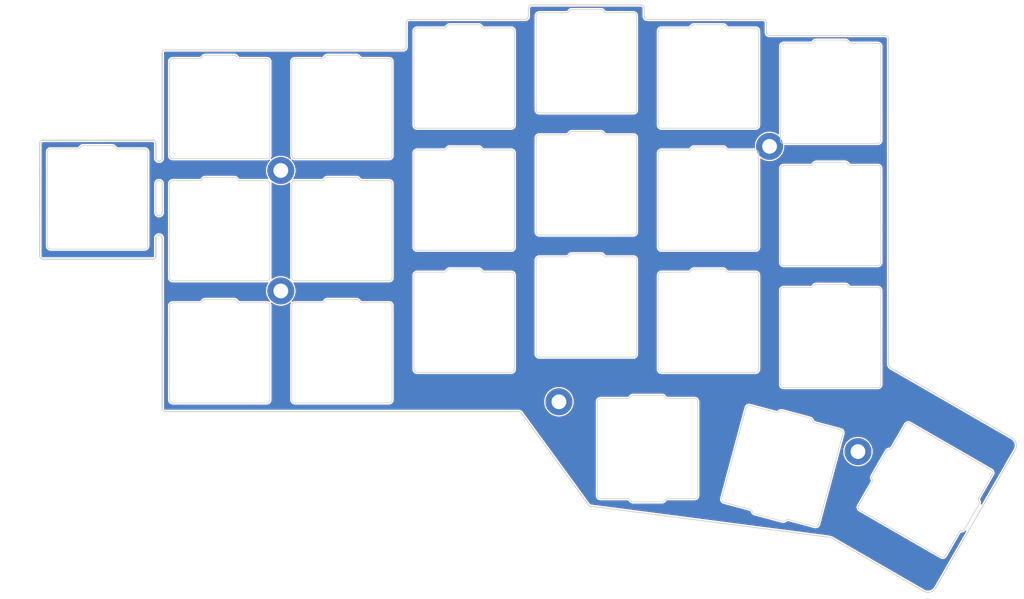
<source format=kicad_pcb>
(kicad_pcb (version 20171130) (host pcbnew "(5.1.10)-1")
  (title_block (title "Corne Top Plate") (date 2018-12-09) (rev 2.1) (company foostan))
  (layers (0 F.Cu signal) (31 B.Cu signal) (34 B.Paste user hide) (35 F.Paste user hide) (36 B.SilkS user) (37 F.SilkS user) (38 B.Mask user hide) (39 F.Mask user) (44 Edge.Cuts user))
  (net 0 "")
  (module sporne:SW_Hole_HiTek_thumb (layer F.Cu) (at 182.29 142.835 60)
    (fp_text reference SW2 hide)
    (fp_text value KEY_SWITCH hide)
    (fp_arc (start 2.2486 7.808531) (end 2.2486 8.308531) (angle -60) (layer Edge.Cuts) (width 0.12))
    (fp_arc (start -3.117425 8.308531) (end -2.684413 8.058531) (angle -60) (layer Edge.Cuts) (width 0.12))
    (fp_arc (start -2.2514 7.808531) (end -2.684413 8.058531) (angle -60) (layer Edge.Cuts) (width 0.12))
    (fp_arc (start 3.114625 8.308531) (end 3.114625 7.808531) (angle -60) (layer Edge.Cuts) (width 0.12))
    (fp_arc (start -7.3114 -7.311469) (end -7.3114 -7.811469) (angle -90) (layer Edge.Cuts) (width 0.12))
    (fp_arc (start -3.117425 -8.311469) (end -3.117425 -7.811469) (angle -60) (layer Edge.Cuts) (width 0.12))
    (fp_arc (start 7.3086 7.308531) (end 7.3086 7.808531) (angle -90) (layer Edge.Cuts) (width 0.12))
    (fp_arc (start 7.3086 -7.311469) (end 7.8086 -7.311469) (angle -90) (layer Edge.Cuts) (width 0.12))
    (fp_arc (start -2.2514 -7.811469) (end -2.2514 -8.311469) (angle -60) (layer Edge.Cuts) (width 0.12))
    (fp_arc (start -7.3114 7.308531) (end -7.8114 7.308531) (angle -90) (layer Edge.Cuts) (width 0.12))
    (fp_arc (start 2.2486 -7.811469) (end 2.681613 -8.061469) (angle -60) (layer Edge.Cuts) (width 0.12))
    (fp_arc (start 3.114625 -8.311469) (end 2.681613 -8.061469) (angle -60) (layer Edge.Cuts) (width 0.12))
    (fp_line (start 3.114625 -7.811469) (end 7.3086 -7.811469) (layer Edge.Cuts) (width 0.12))
    (fp_line (start -2.2514 -8.311469) (end 2.2486 -8.311469) (layer Edge.Cuts) (width 0.12))
    (fp_line (start 7.8086 -7.311469) (end 7.8086 7.308531) (layer Edge.Cuts) (width 0.12))
    (fp_line (start -7.3114 -7.811469) (end -3.117425 -7.811469) (layer Edge.Cuts) (width 0.12))
    (fp_line (start -7.8114 7.308531) (end -7.8114 -7.311469) (layer Edge.Cuts) (width 0.12))
    (fp_line (start 7.3086 7.808531) (end 3.114625 7.808531) (layer Edge.Cuts) (width 0.12))
    (fp_line (start 2.2486 8.308531) (end -2.2514 8.308531) (layer Edge.Cuts) (width 0.12))
    (fp_line (start -3.117425 7.808531) (end -7.3114 7.808531) (layer Edge.Cuts) (width 0.12))
  )
  (module sporne:SW_Hole_HiTek_thumb (layer F.Cu) (at 160.032 139.094 345)
    (fp_text reference SW2 hide)
    (fp_text value KEY_SWITCH hide)
    (fp_arc (start 2.2486 7.808531) (end 2.2486 8.308531) (angle -60) (layer Edge.Cuts) (width 0.12))
    (fp_arc (start -3.117425 8.308531) (end -2.684413 8.058531) (angle -60) (layer Edge.Cuts) (width 0.12))
    (fp_arc (start -2.2514 7.808531) (end -2.684413 8.058531) (angle -60) (layer Edge.Cuts) (width 0.12))
    (fp_arc (start 3.114625 8.308531) (end 3.114625 7.808531) (angle -60) (layer Edge.Cuts) (width 0.12))
    (fp_arc (start -7.3114 -7.311469) (end -7.3114 -7.811469) (angle -90) (layer Edge.Cuts) (width 0.12))
    (fp_arc (start -3.117425 -8.311469) (end -3.117425 -7.811469) (angle -60) (layer Edge.Cuts) (width 0.12))
    (fp_arc (start 7.3086 7.308531) (end 7.3086 7.808531) (angle -90) (layer Edge.Cuts) (width 0.12))
    (fp_arc (start 7.3086 -7.311469) (end 7.8086 -7.311469) (angle -90) (layer Edge.Cuts) (width 0.12))
    (fp_arc (start -2.2514 -7.811469) (end -2.2514 -8.311469) (angle -60) (layer Edge.Cuts) (width 0.12))
    (fp_arc (start -7.3114 7.308531) (end -7.8114 7.308531) (angle -90) (layer Edge.Cuts) (width 0.12))
    (fp_arc (start 2.2486 -7.811469) (end 2.681613 -8.061469) (angle -60) (layer Edge.Cuts) (width 0.12))
    (fp_arc (start 3.114625 -8.311469) (end 2.681613 -8.061469) (angle -60) (layer Edge.Cuts) (width 0.12))
    (fp_line (start 3.114625 -7.811469) (end 7.3086 -7.811469) (layer Edge.Cuts) (width 0.12))
    (fp_line (start -2.2514 -8.311469) (end 2.2486 -8.311469) (layer Edge.Cuts) (width 0.12))
    (fp_line (start 7.8086 -7.311469) (end 7.8086 7.308531) (layer Edge.Cuts) (width 0.12))
    (fp_line (start -7.3114 -7.811469) (end -3.117425 -7.811469) (layer Edge.Cuts) (width 0.12))
    (fp_line (start -7.8114 7.308531) (end -7.8114 -7.311469) (layer Edge.Cuts) (width 0.12))
    (fp_line (start 7.3086 7.808531) (end 3.114625 7.808531) (layer Edge.Cuts) (width 0.12))
    (fp_line (start 2.2486 8.308531) (end -2.2514 8.308531) (layer Edge.Cuts) (width 0.12))
    (fp_line (start -3.117425 7.808531) (end -7.3114 7.808531) (layer Edge.Cuts) (width 0.12))
  )
  (module sporne:SW_Hole_HiTek_thumb (layer F.Cu) (at 139.07 136.385)
    (fp_text reference SW2 hide)
    (fp_text value KEY_SWITCH hide)
    (fp_arc (start 2.2486 7.808531) (end 2.2486 8.308531) (angle -60) (layer Edge.Cuts) (width 0.12))
    (fp_arc (start -3.117425 8.308531) (end -2.684413 8.058531) (angle -60) (layer Edge.Cuts) (width 0.12))
    (fp_arc (start -2.2514 7.808531) (end -2.684413 8.058531) (angle -60) (layer Edge.Cuts) (width 0.12))
    (fp_arc (start 3.114625 8.308531) (end 3.114625 7.808531) (angle -60) (layer Edge.Cuts) (width 0.12))
    (fp_arc (start -7.3114 -7.311469) (end -7.3114 -7.811469) (angle -90) (layer Edge.Cuts) (width 0.12))
    (fp_arc (start -3.117425 -8.311469) (end -3.117425 -7.811469) (angle -60) (layer Edge.Cuts) (width 0.12))
    (fp_arc (start 7.3086 7.308531) (end 7.3086 7.808531) (angle -90) (layer Edge.Cuts) (width 0.12))
    (fp_arc (start 7.3086 -7.311469) (end 7.8086 -7.311469) (angle -90) (layer Edge.Cuts) (width 0.12))
    (fp_arc (start -2.2514 -7.811469) (end -2.2514 -8.311469) (angle -60) (layer Edge.Cuts) (width 0.12))
    (fp_arc (start -7.3114 7.308531) (end -7.8114 7.308531) (angle -90) (layer Edge.Cuts) (width 0.12))
    (fp_arc (start 2.2486 -7.811469) (end 2.681613 -8.061469) (angle -60) (layer Edge.Cuts) (width 0.12))
    (fp_arc (start 3.114625 -8.311469) (end 2.681613 -8.061469) (angle -60) (layer Edge.Cuts) (width 0.12))
    (fp_line (start 3.114625 -7.811469) (end 7.3086 -7.811469) (layer Edge.Cuts) (width 0.12))
    (fp_line (start -2.2514 -8.311469) (end 2.2486 -8.311469) (layer Edge.Cuts) (width 0.12))
    (fp_line (start 7.8086 -7.311469) (end 7.8086 7.308531) (layer Edge.Cuts) (width 0.12))
    (fp_line (start -7.3114 -7.811469) (end -3.117425 -7.811469) (layer Edge.Cuts) (width 0.12))
    (fp_line (start -7.8114 7.308531) (end -7.8114 -7.311469) (layer Edge.Cuts) (width 0.12))
    (fp_line (start 7.3086 7.808531) (end 3.114625 7.808531) (layer Edge.Cuts) (width 0.12))
    (fp_line (start 2.2486 8.308531) (end -2.2514 8.308531) (layer Edge.Cuts) (width 0.12))
    (fp_line (start -3.117425 7.808531) (end -7.3114 7.808531) (layer Edge.Cuts) (width 0.12))
  )
  (module sporne:SW_Hole_HiTek (layer F.Cu) (at 72.55 83.475)
    (fp_text reference SW2 hide)
    (fp_text value KEY_SWITCH hide)
    (fp_arc (start -7.3114 -7.311469) (end -7.3114 -7.811469) (angle -90) (layer Edge.Cuts) (width 0.12))
    (fp_arc (start -3.117425 -8.311469) (end -3.117425 -7.811469) (angle -60) (layer Edge.Cuts) (width 0.12))
    (fp_arc (start 7.3086 7.308531) (end 7.3086 7.808531) (angle -90) (layer Edge.Cuts) (width 0.12))
    (fp_arc (start 7.3086 -7.311469) (end 7.8086 -7.311469) (angle -90) (layer Edge.Cuts) (width 0.12))
    (fp_arc (start -2.2514 -7.811469) (end -2.2514 -8.311469) (angle -60) (layer Edge.Cuts) (width 0.12))
    (fp_arc (start -7.3114 7.308531) (end -7.8114 7.308531) (angle -90) (layer Edge.Cuts) (width 0.12))
    (fp_arc (start 2.2486 -7.811469) (end 2.681613 -8.061469) (angle -60) (layer Edge.Cuts) (width 0.12))
    (fp_arc (start 3.114625 -8.311469) (end 2.681613 -8.061469) (angle -60) (layer Edge.Cuts) (width 0.12))
    (fp_line (start 3.114625 -7.811469) (end 7.3086 -7.811469) (layer Edge.Cuts) (width 0.12))
    (fp_line (start -2.2514 -8.311469) (end 2.2486 -8.311469) (layer Edge.Cuts) (width 0.12))
    (fp_line (start 7.3086 7.808531) (end -7.3114 7.808531) (layer Edge.Cuts) (width 0.12))
    (fp_line (start 7.8086 -7.311469) (end 7.8086 7.308531) (layer Edge.Cuts) (width 0.12))
    (fp_line (start -7.3114 -7.811469) (end -3.117425 -7.811469) (layer Edge.Cuts) (width 0.12))
    (fp_line (start -7.8114 7.308531) (end -7.8114 -7.311469) (layer Edge.Cuts) (width 0.12))
  )
  (module sporne:SW_Hole_HiTek (layer F.Cu) (at 72.55 102.475)
    (fp_text reference SW2 hide)
    (fp_text value KEY_SWITCH hide)
    (fp_arc (start -7.3114 -7.311469) (end -7.3114 -7.811469) (angle -90) (layer Edge.Cuts) (width 0.12))
    (fp_arc (start -3.117425 -8.311469) (end -3.117425 -7.811469) (angle -60) (layer Edge.Cuts) (width 0.12))
    (fp_arc (start 7.3086 7.308531) (end 7.3086 7.808531) (angle -90) (layer Edge.Cuts) (width 0.12))
    (fp_arc (start 7.3086 -7.311469) (end 7.8086 -7.311469) (angle -90) (layer Edge.Cuts) (width 0.12))
    (fp_arc (start -2.2514 -7.811469) (end -2.2514 -8.311469) (angle -60) (layer Edge.Cuts) (width 0.12))
    (fp_arc (start -7.3114 7.308531) (end -7.8114 7.308531) (angle -90) (layer Edge.Cuts) (width 0.12))
    (fp_arc (start 2.2486 -7.811469) (end 2.681613 -8.061469) (angle -60) (layer Edge.Cuts) (width 0.12))
    (fp_arc (start 3.114625 -8.311469) (end 2.681613 -8.061469) (angle -60) (layer Edge.Cuts) (width 0.12))
    (fp_line (start 3.114625 -7.811469) (end 7.3086 -7.811469) (layer Edge.Cuts) (width 0.12))
    (fp_line (start -2.2514 -8.311469) (end 2.2486 -8.311469) (layer Edge.Cuts) (width 0.12))
    (fp_line (start 7.3086 7.808531) (end -7.3114 7.808531) (layer Edge.Cuts) (width 0.12))
    (fp_line (start 7.8086 -7.311469) (end 7.8086 7.308531) (layer Edge.Cuts) (width 0.12))
    (fp_line (start -7.3114 -7.811469) (end -3.117425 -7.811469) (layer Edge.Cuts) (width 0.12))
    (fp_line (start -7.8114 7.308531) (end -7.8114 -7.311469) (layer Edge.Cuts) (width 0.12))
  )
  (module sporne:SW_Hole_HiTek (layer F.Cu) (at 72.55 121.475)
    (fp_text reference SW2 hide)
    (fp_text value KEY_SWITCH hide)
    (fp_arc (start -7.3114 -7.311469) (end -7.3114 -7.811469) (angle -90) (layer Edge.Cuts) (width 0.12))
    (fp_arc (start -3.117425 -8.311469) (end -3.117425 -7.811469) (angle -60) (layer Edge.Cuts) (width 0.12))
    (fp_arc (start 7.3086 7.308531) (end 7.3086 7.808531) (angle -90) (layer Edge.Cuts) (width 0.12))
    (fp_arc (start 7.3086 -7.311469) (end 7.8086 -7.311469) (angle -90) (layer Edge.Cuts) (width 0.12))
    (fp_arc (start -2.2514 -7.811469) (end -2.2514 -8.311469) (angle -60) (layer Edge.Cuts) (width 0.12))
    (fp_arc (start -7.3114 7.308531) (end -7.8114 7.308531) (angle -90) (layer Edge.Cuts) (width 0.12))
    (fp_arc (start 2.2486 -7.811469) (end 2.681613 -8.061469) (angle -60) (layer Edge.Cuts) (width 0.12))
    (fp_arc (start 3.114625 -8.311469) (end 2.681613 -8.061469) (angle -60) (layer Edge.Cuts) (width 0.12))
    (fp_line (start 3.114625 -7.811469) (end 7.3086 -7.811469) (layer Edge.Cuts) (width 0.12))
    (fp_line (start -2.2514 -8.311469) (end 2.2486 -8.311469) (layer Edge.Cuts) (width 0.12))
    (fp_line (start 7.3086 7.808531) (end -7.3114 7.808531) (layer Edge.Cuts) (width 0.12))
    (fp_line (start 7.8086 -7.311469) (end 7.8086 7.308531) (layer Edge.Cuts) (width 0.12))
    (fp_line (start -7.3114 -7.811469) (end -3.117425 -7.811469) (layer Edge.Cuts) (width 0.12))
    (fp_line (start -7.8114 7.308531) (end -7.8114 -7.311469) (layer Edge.Cuts) (width 0.12))
  )
  (module sporne:SW_Hole_HiTek (layer F.Cu) (at 91.55 83.475)
    (fp_text reference SW2 hide)
    (fp_text value KEY_SWITCH hide)
    (fp_arc (start -7.3114 -7.311469) (end -7.3114 -7.811469) (angle -90) (layer Edge.Cuts) (width 0.12))
    (fp_arc (start -3.117425 -8.311469) (end -3.117425 -7.811469) (angle -60) (layer Edge.Cuts) (width 0.12))
    (fp_arc (start 7.3086 7.308531) (end 7.3086 7.808531) (angle -90) (layer Edge.Cuts) (width 0.12))
    (fp_arc (start 7.3086 -7.311469) (end 7.8086 -7.311469) (angle -90) (layer Edge.Cuts) (width 0.12))
    (fp_arc (start -2.2514 -7.811469) (end -2.2514 -8.311469) (angle -60) (layer Edge.Cuts) (width 0.12))
    (fp_arc (start -7.3114 7.308531) (end -7.8114 7.308531) (angle -90) (layer Edge.Cuts) (width 0.12))
    (fp_arc (start 2.2486 -7.811469) (end 2.681613 -8.061469) (angle -60) (layer Edge.Cuts) (width 0.12))
    (fp_arc (start 3.114625 -8.311469) (end 2.681613 -8.061469) (angle -60) (layer Edge.Cuts) (width 0.12))
    (fp_line (start 3.114625 -7.811469) (end 7.3086 -7.811469) (layer Edge.Cuts) (width 0.12))
    (fp_line (start -2.2514 -8.311469) (end 2.2486 -8.311469) (layer Edge.Cuts) (width 0.12))
    (fp_line (start 7.3086 7.808531) (end -7.3114 7.808531) (layer Edge.Cuts) (width 0.12))
    (fp_line (start 7.8086 -7.311469) (end 7.8086 7.308531) (layer Edge.Cuts) (width 0.12))
    (fp_line (start -7.3114 -7.811469) (end -3.117425 -7.811469) (layer Edge.Cuts) (width 0.12))
    (fp_line (start -7.8114 7.308531) (end -7.8114 -7.311469) (layer Edge.Cuts) (width 0.12))
  )
  (module sporne:SW_Hole_HiTek (layer F.Cu) (at 91.55 121.475)
    (fp_text reference SW2 hide)
    (fp_text value KEY_SWITCH hide)
    (fp_arc (start -7.3114 -7.311469) (end -7.3114 -7.811469) (angle -90) (layer Edge.Cuts) (width 0.12))
    (fp_arc (start -3.117425 -8.311469) (end -3.117425 -7.811469) (angle -60) (layer Edge.Cuts) (width 0.12))
    (fp_arc (start 7.3086 7.308531) (end 7.3086 7.808531) (angle -90) (layer Edge.Cuts) (width 0.12))
    (fp_arc (start 7.3086 -7.311469) (end 7.8086 -7.311469) (angle -90) (layer Edge.Cuts) (width 0.12))
    (fp_arc (start -2.2514 -7.811469) (end -2.2514 -8.311469) (angle -60) (layer Edge.Cuts) (width 0.12))
    (fp_arc (start -7.3114 7.308531) (end -7.8114 7.308531) (angle -90) (layer Edge.Cuts) (width 0.12))
    (fp_arc (start 2.2486 -7.811469) (end 2.681613 -8.061469) (angle -60) (layer Edge.Cuts) (width 0.12))
    (fp_arc (start 3.114625 -8.311469) (end 2.681613 -8.061469) (angle -60) (layer Edge.Cuts) (width 0.12))
    (fp_line (start 3.114625 -7.811469) (end 7.3086 -7.811469) (layer Edge.Cuts) (width 0.12))
    (fp_line (start -2.2514 -8.311469) (end 2.2486 -8.311469) (layer Edge.Cuts) (width 0.12))
    (fp_line (start 7.3086 7.808531) (end -7.3114 7.808531) (layer Edge.Cuts) (width 0.12))
    (fp_line (start 7.8086 -7.311469) (end 7.8086 7.308531) (layer Edge.Cuts) (width 0.12))
    (fp_line (start -7.3114 -7.811469) (end -3.117425 -7.811469) (layer Edge.Cuts) (width 0.12))
    (fp_line (start -7.8114 7.308531) (end -7.8114 -7.311469) (layer Edge.Cuts) (width 0.12))
  )
  (module sporne:SW_Hole_HiTek (layer F.Cu) (at 91.55 102.475)
    (fp_text reference SW2 hide)
    (fp_text value KEY_SWITCH hide)
    (fp_arc (start -7.3114 -7.311469) (end -7.3114 -7.811469) (angle -90) (layer Edge.Cuts) (width 0.12))
    (fp_arc (start -3.117425 -8.311469) (end -3.117425 -7.811469) (angle -60) (layer Edge.Cuts) (width 0.12))
    (fp_arc (start 7.3086 7.308531) (end 7.3086 7.808531) (angle -90) (layer Edge.Cuts) (width 0.12))
    (fp_arc (start 7.3086 -7.311469) (end 7.8086 -7.311469) (angle -90) (layer Edge.Cuts) (width 0.12))
    (fp_arc (start -2.2514 -7.811469) (end -2.2514 -8.311469) (angle -60) (layer Edge.Cuts) (width 0.12))
    (fp_arc (start -7.3114 7.308531) (end -7.8114 7.308531) (angle -90) (layer Edge.Cuts) (width 0.12))
    (fp_arc (start 2.2486 -7.811469) (end 2.681613 -8.061469) (angle -60) (layer Edge.Cuts) (width 0.12))
    (fp_arc (start 3.114625 -8.311469) (end 2.681613 -8.061469) (angle -60) (layer Edge.Cuts) (width 0.12))
    (fp_line (start 3.114625 -7.811469) (end 7.3086 -7.811469) (layer Edge.Cuts) (width 0.12))
    (fp_line (start -2.2514 -8.311469) (end 2.2486 -8.311469) (layer Edge.Cuts) (width 0.12))
    (fp_line (start 7.3086 7.808531) (end -7.3114 7.808531) (layer Edge.Cuts) (width 0.12))
    (fp_line (start 7.8086 -7.311469) (end 7.8086 7.308531) (layer Edge.Cuts) (width 0.12))
    (fp_line (start -7.3114 -7.811469) (end -3.117425 -7.811469) (layer Edge.Cuts) (width 0.12))
    (fp_line (start -7.8114 7.308531) (end -7.8114 -7.311469) (layer Edge.Cuts) (width 0.12))
  )
  (module sporne:SW_Hole_HiTek (layer F.Cu) (at 110.55 78.725)
    (fp_text reference SW2 hide)
    (fp_text value KEY_SWITCH hide)
    (fp_arc (start -7.3114 -7.311469) (end -7.3114 -7.811469) (angle -90) (layer Edge.Cuts) (width 0.12))
    (fp_arc (start -3.117425 -8.311469) (end -3.117425 -7.811469) (angle -60) (layer Edge.Cuts) (width 0.12))
    (fp_arc (start 7.3086 7.308531) (end 7.3086 7.808531) (angle -90) (layer Edge.Cuts) (width 0.12))
    (fp_arc (start 7.3086 -7.311469) (end 7.8086 -7.311469) (angle -90) (layer Edge.Cuts) (width 0.12))
    (fp_arc (start -2.2514 -7.811469) (end -2.2514 -8.311469) (angle -60) (layer Edge.Cuts) (width 0.12))
    (fp_arc (start -7.3114 7.308531) (end -7.8114 7.308531) (angle -90) (layer Edge.Cuts) (width 0.12))
    (fp_arc (start 2.2486 -7.811469) (end 2.681613 -8.061469) (angle -60) (layer Edge.Cuts) (width 0.12))
    (fp_arc (start 3.114625 -8.311469) (end 2.681613 -8.061469) (angle -60) (layer Edge.Cuts) (width 0.12))
    (fp_line (start 3.114625 -7.811469) (end 7.3086 -7.811469) (layer Edge.Cuts) (width 0.12))
    (fp_line (start -2.2514 -8.311469) (end 2.2486 -8.311469) (layer Edge.Cuts) (width 0.12))
    (fp_line (start 7.3086 7.808531) (end -7.3114 7.808531) (layer Edge.Cuts) (width 0.12))
    (fp_line (start 7.8086 -7.311469) (end 7.8086 7.308531) (layer Edge.Cuts) (width 0.12))
    (fp_line (start -7.3114 -7.811469) (end -3.117425 -7.811469) (layer Edge.Cuts) (width 0.12))
    (fp_line (start -7.8114 7.308531) (end -7.8114 -7.311469) (layer Edge.Cuts) (width 0.12))
  )
  (module sporne:SW_Hole_HiTek (layer F.Cu) (at 110.55 116.725)
    (fp_text reference SW2 hide)
    (fp_text value KEY_SWITCH hide)
    (fp_arc (start -7.3114 -7.311469) (end -7.3114 -7.811469) (angle -90) (layer Edge.Cuts) (width 0.12))
    (fp_arc (start -3.117425 -8.311469) (end -3.117425 -7.811469) (angle -60) (layer Edge.Cuts) (width 0.12))
    (fp_arc (start 7.3086 7.308531) (end 7.3086 7.808531) (angle -90) (layer Edge.Cuts) (width 0.12))
    (fp_arc (start 7.3086 -7.311469) (end 7.8086 -7.311469) (angle -90) (layer Edge.Cuts) (width 0.12))
    (fp_arc (start -2.2514 -7.811469) (end -2.2514 -8.311469) (angle -60) (layer Edge.Cuts) (width 0.12))
    (fp_arc (start -7.3114 7.308531) (end -7.8114 7.308531) (angle -90) (layer Edge.Cuts) (width 0.12))
    (fp_arc (start 2.2486 -7.811469) (end 2.681613 -8.061469) (angle -60) (layer Edge.Cuts) (width 0.12))
    (fp_arc (start 3.114625 -8.311469) (end 2.681613 -8.061469) (angle -60) (layer Edge.Cuts) (width 0.12))
    (fp_line (start 3.114625 -7.811469) (end 7.3086 -7.811469) (layer Edge.Cuts) (width 0.12))
    (fp_line (start -2.2514 -8.311469) (end 2.2486 -8.311469) (layer Edge.Cuts) (width 0.12))
    (fp_line (start 7.3086 7.808531) (end -7.3114 7.808531) (layer Edge.Cuts) (width 0.12))
    (fp_line (start 7.8086 -7.311469) (end 7.8086 7.308531) (layer Edge.Cuts) (width 0.12))
    (fp_line (start -7.3114 -7.811469) (end -3.117425 -7.811469) (layer Edge.Cuts) (width 0.12))
    (fp_line (start -7.8114 7.308531) (end -7.8114 -7.311469) (layer Edge.Cuts) (width 0.12))
  )
  (module sporne:SW_Hole_HiTek (layer F.Cu) (at 110.55 97.725)
    (fp_text reference SW2 hide)
    (fp_text value KEY_SWITCH hide)
    (fp_arc (start -7.3114 -7.311469) (end -7.3114 -7.811469) (angle -90) (layer Edge.Cuts) (width 0.12))
    (fp_arc (start -3.117425 -8.311469) (end -3.117425 -7.811469) (angle -60) (layer Edge.Cuts) (width 0.12))
    (fp_arc (start 7.3086 7.308531) (end 7.3086 7.808531) (angle -90) (layer Edge.Cuts) (width 0.12))
    (fp_arc (start 7.3086 -7.311469) (end 7.8086 -7.311469) (angle -90) (layer Edge.Cuts) (width 0.12))
    (fp_arc (start -2.2514 -7.811469) (end -2.2514 -8.311469) (angle -60) (layer Edge.Cuts) (width 0.12))
    (fp_arc (start -7.3114 7.308531) (end -7.8114 7.308531) (angle -90) (layer Edge.Cuts) (width 0.12))
    (fp_arc (start 2.2486 -7.811469) (end 2.681613 -8.061469) (angle -60) (layer Edge.Cuts) (width 0.12))
    (fp_arc (start 3.114625 -8.311469) (end 2.681613 -8.061469) (angle -60) (layer Edge.Cuts) (width 0.12))
    (fp_line (start 3.114625 -7.811469) (end 7.3086 -7.811469) (layer Edge.Cuts) (width 0.12))
    (fp_line (start -2.2514 -8.311469) (end 2.2486 -8.311469) (layer Edge.Cuts) (width 0.12))
    (fp_line (start 7.3086 7.808531) (end -7.3114 7.808531) (layer Edge.Cuts) (width 0.12))
    (fp_line (start 7.8086 -7.311469) (end 7.8086 7.308531) (layer Edge.Cuts) (width 0.12))
    (fp_line (start -7.3114 -7.811469) (end -3.117425 -7.811469) (layer Edge.Cuts) (width 0.12))
    (fp_line (start -7.8114 7.308531) (end -7.8114 -7.311469) (layer Edge.Cuts) (width 0.12))
  )
  (module sporne:SW_Hole_HiTek (layer F.Cu) (at 129.55 76.35)
    (fp_text reference SW2 hide)
    (fp_text value KEY_SWITCH hide)
    (fp_arc (start -7.3114 -7.311469) (end -7.3114 -7.811469) (angle -90) (layer Edge.Cuts) (width 0.12))
    (fp_arc (start -3.117425 -8.311469) (end -3.117425 -7.811469) (angle -60) (layer Edge.Cuts) (width 0.12))
    (fp_arc (start 7.3086 7.308531) (end 7.3086 7.808531) (angle -90) (layer Edge.Cuts) (width 0.12))
    (fp_arc (start 7.3086 -7.311469) (end 7.8086 -7.311469) (angle -90) (layer Edge.Cuts) (width 0.12))
    (fp_arc (start -2.2514 -7.811469) (end -2.2514 -8.311469) (angle -60) (layer Edge.Cuts) (width 0.12))
    (fp_arc (start -7.3114 7.308531) (end -7.8114 7.308531) (angle -90) (layer Edge.Cuts) (width 0.12))
    (fp_arc (start 2.2486 -7.811469) (end 2.681613 -8.061469) (angle -60) (layer Edge.Cuts) (width 0.12))
    (fp_arc (start 3.114625 -8.311469) (end 2.681613 -8.061469) (angle -60) (layer Edge.Cuts) (width 0.12))
    (fp_line (start 3.114625 -7.811469) (end 7.3086 -7.811469) (layer Edge.Cuts) (width 0.12))
    (fp_line (start -2.2514 -8.311469) (end 2.2486 -8.311469) (layer Edge.Cuts) (width 0.12))
    (fp_line (start 7.3086 7.808531) (end -7.3114 7.808531) (layer Edge.Cuts) (width 0.12))
    (fp_line (start 7.8086 -7.311469) (end 7.8086 7.308531) (layer Edge.Cuts) (width 0.12))
    (fp_line (start -7.3114 -7.811469) (end -3.117425 -7.811469) (layer Edge.Cuts) (width 0.12))
    (fp_line (start -7.8114 7.308531) (end -7.8114 -7.311469) (layer Edge.Cuts) (width 0.12))
  )
  (module sporne:SW_Hole_HiTek (layer F.Cu) (at 129.55 114.35)
    (fp_text reference SW2 hide)
    (fp_text value KEY_SWITCH hide)
    (fp_arc (start -7.3114 -7.311469) (end -7.3114 -7.811469) (angle -90) (layer Edge.Cuts) (width 0.12))
    (fp_arc (start -3.117425 -8.311469) (end -3.117425 -7.811469) (angle -60) (layer Edge.Cuts) (width 0.12))
    (fp_arc (start 7.3086 7.308531) (end 7.3086 7.808531) (angle -90) (layer Edge.Cuts) (width 0.12))
    (fp_arc (start 7.3086 -7.311469) (end 7.8086 -7.311469) (angle -90) (layer Edge.Cuts) (width 0.12))
    (fp_arc (start -2.2514 -7.811469) (end -2.2514 -8.311469) (angle -60) (layer Edge.Cuts) (width 0.12))
    (fp_arc (start -7.3114 7.308531) (end -7.8114 7.308531) (angle -90) (layer Edge.Cuts) (width 0.12))
    (fp_arc (start 2.2486 -7.811469) (end 2.681613 -8.061469) (angle -60) (layer Edge.Cuts) (width 0.12))
    (fp_arc (start 3.114625 -8.311469) (end 2.681613 -8.061469) (angle -60) (layer Edge.Cuts) (width 0.12))
    (fp_line (start 3.114625 -7.811469) (end 7.3086 -7.811469) (layer Edge.Cuts) (width 0.12))
    (fp_line (start -2.2514 -8.311469) (end 2.2486 -8.311469) (layer Edge.Cuts) (width 0.12))
    (fp_line (start 7.3086 7.808531) (end -7.3114 7.808531) (layer Edge.Cuts) (width 0.12))
    (fp_line (start 7.8086 -7.311469) (end 7.8086 7.308531) (layer Edge.Cuts) (width 0.12))
    (fp_line (start -7.3114 -7.811469) (end -3.117425 -7.811469) (layer Edge.Cuts) (width 0.12))
    (fp_line (start -7.8114 7.308531) (end -7.8114 -7.311469) (layer Edge.Cuts) (width 0.12))
  )
  (module sporne:SW_Hole_HiTek (layer F.Cu) (at 129.55 95.35)
    (fp_text reference SW2 hide)
    (fp_text value KEY_SWITCH hide)
    (fp_arc (start -7.3114 -7.311469) (end -7.3114 -7.811469) (angle -90) (layer Edge.Cuts) (width 0.12))
    (fp_arc (start -3.117425 -8.311469) (end -3.117425 -7.811469) (angle -60) (layer Edge.Cuts) (width 0.12))
    (fp_arc (start 7.3086 7.308531) (end 7.3086 7.808531) (angle -90) (layer Edge.Cuts) (width 0.12))
    (fp_arc (start 7.3086 -7.311469) (end 7.8086 -7.311469) (angle -90) (layer Edge.Cuts) (width 0.12))
    (fp_arc (start -2.2514 -7.811469) (end -2.2514 -8.311469) (angle -60) (layer Edge.Cuts) (width 0.12))
    (fp_arc (start -7.3114 7.308531) (end -7.8114 7.308531) (angle -90) (layer Edge.Cuts) (width 0.12))
    (fp_arc (start 2.2486 -7.811469) (end 2.681613 -8.061469) (angle -60) (layer Edge.Cuts) (width 0.12))
    (fp_arc (start 3.114625 -8.311469) (end 2.681613 -8.061469) (angle -60) (layer Edge.Cuts) (width 0.12))
    (fp_line (start 3.114625 -7.811469) (end 7.3086 -7.811469) (layer Edge.Cuts) (width 0.12))
    (fp_line (start -2.2514 -8.311469) (end 2.2486 -8.311469) (layer Edge.Cuts) (width 0.12))
    (fp_line (start 7.3086 7.808531) (end -7.3114 7.808531) (layer Edge.Cuts) (width 0.12))
    (fp_line (start 7.8086 -7.311469) (end 7.8086 7.308531) (layer Edge.Cuts) (width 0.12))
    (fp_line (start -7.3114 -7.811469) (end -3.117425 -7.811469) (layer Edge.Cuts) (width 0.12))
    (fp_line (start -7.8114 7.308531) (end -7.8114 -7.311469) (layer Edge.Cuts) (width 0.12))
  )
  (module sporne:SW_Hole_HiTek (layer F.Cu) (at 148.55 116.725)
    (fp_text reference SW2 hide)
    (fp_text value KEY_SWITCH hide)
    (fp_arc (start -7.3114 -7.311469) (end -7.3114 -7.811469) (angle -90) (layer Edge.Cuts) (width 0.12))
    (fp_arc (start -3.117425 -8.311469) (end -3.117425 -7.811469) (angle -60) (layer Edge.Cuts) (width 0.12))
    (fp_arc (start 7.3086 7.308531) (end 7.3086 7.808531) (angle -90) (layer Edge.Cuts) (width 0.12))
    (fp_arc (start 7.3086 -7.311469) (end 7.8086 -7.311469) (angle -90) (layer Edge.Cuts) (width 0.12))
    (fp_arc (start -2.2514 -7.811469) (end -2.2514 -8.311469) (angle -60) (layer Edge.Cuts) (width 0.12))
    (fp_arc (start -7.3114 7.308531) (end -7.8114 7.308531) (angle -90) (layer Edge.Cuts) (width 0.12))
    (fp_arc (start 2.2486 -7.811469) (end 2.681613 -8.061469) (angle -60) (layer Edge.Cuts) (width 0.12))
    (fp_arc (start 3.114625 -8.311469) (end 2.681613 -8.061469) (angle -60) (layer Edge.Cuts) (width 0.12))
    (fp_line (start 3.114625 -7.811469) (end 7.3086 -7.811469) (layer Edge.Cuts) (width 0.12))
    (fp_line (start -2.2514 -8.311469) (end 2.2486 -8.311469) (layer Edge.Cuts) (width 0.12))
    (fp_line (start 7.3086 7.808531) (end -7.3114 7.808531) (layer Edge.Cuts) (width 0.12))
    (fp_line (start 7.8086 -7.311469) (end 7.8086 7.308531) (layer Edge.Cuts) (width 0.12))
    (fp_line (start -7.3114 -7.811469) (end -3.117425 -7.811469) (layer Edge.Cuts) (width 0.12))
    (fp_line (start -7.8114 7.308531) (end -7.8114 -7.311469) (layer Edge.Cuts) (width 0.12))
  )
  (module sporne:SW_Hole_HiTek (layer F.Cu) (at 148.55 78.725)
    (fp_text reference SW2 hide)
    (fp_text value KEY_SWITCH hide)
    (fp_arc (start -7.3114 -7.311469) (end -7.3114 -7.811469) (angle -90) (layer Edge.Cuts) (width 0.12))
    (fp_arc (start -3.117425 -8.311469) (end -3.117425 -7.811469) (angle -60) (layer Edge.Cuts) (width 0.12))
    (fp_arc (start 7.3086 7.308531) (end 7.3086 7.808531) (angle -90) (layer Edge.Cuts) (width 0.12))
    (fp_arc (start 7.3086 -7.311469) (end 7.8086 -7.311469) (angle -90) (layer Edge.Cuts) (width 0.12))
    (fp_arc (start -2.2514 -7.811469) (end -2.2514 -8.311469) (angle -60) (layer Edge.Cuts) (width 0.12))
    (fp_arc (start -7.3114 7.308531) (end -7.8114 7.308531) (angle -90) (layer Edge.Cuts) (width 0.12))
    (fp_arc (start 2.2486 -7.811469) (end 2.681613 -8.061469) (angle -60) (layer Edge.Cuts) (width 0.12))
    (fp_arc (start 3.114625 -8.311469) (end 2.681613 -8.061469) (angle -60) (layer Edge.Cuts) (width 0.12))
    (fp_line (start 3.114625 -7.811469) (end 7.3086 -7.811469) (layer Edge.Cuts) (width 0.12))
    (fp_line (start -2.2514 -8.311469) (end 2.2486 -8.311469) (layer Edge.Cuts) (width 0.12))
    (fp_line (start 7.3086 7.808531) (end -7.3114 7.808531) (layer Edge.Cuts) (width 0.12))
    (fp_line (start 7.8086 -7.311469) (end 7.8086 7.308531) (layer Edge.Cuts) (width 0.12))
    (fp_line (start -7.3114 -7.811469) (end -3.117425 -7.811469) (layer Edge.Cuts) (width 0.12))
    (fp_line (start -7.8114 7.308531) (end -7.8114 -7.311469) (layer Edge.Cuts) (width 0.12))
  )
  (module sporne:SW_Hole_HiTek (layer F.Cu) (at 148.55 97.725)
    (fp_text reference SW2 hide)
    (fp_text value KEY_SWITCH hide)
    (fp_arc (start -7.3114 -7.311469) (end -7.3114 -7.811469) (angle -90) (layer Edge.Cuts) (width 0.12))
    (fp_arc (start -3.117425 -8.311469) (end -3.117425 -7.811469) (angle -60) (layer Edge.Cuts) (width 0.12))
    (fp_arc (start 7.3086 7.308531) (end 7.3086 7.808531) (angle -90) (layer Edge.Cuts) (width 0.12))
    (fp_arc (start 7.3086 -7.311469) (end 7.8086 -7.311469) (angle -90) (layer Edge.Cuts) (width 0.12))
    (fp_arc (start -2.2514 -7.811469) (end -2.2514 -8.311469) (angle -60) (layer Edge.Cuts) (width 0.12))
    (fp_arc (start -7.3114 7.308531) (end -7.8114 7.308531) (angle -90) (layer Edge.Cuts) (width 0.12))
    (fp_arc (start 2.2486 -7.811469) (end 2.681613 -8.061469) (angle -60) (layer Edge.Cuts) (width 0.12))
    (fp_arc (start 3.114625 -8.311469) (end 2.681613 -8.061469) (angle -60) (layer Edge.Cuts) (width 0.12))
    (fp_line (start 3.114625 -7.811469) (end 7.3086 -7.811469) (layer Edge.Cuts) (width 0.12))
    (fp_line (start -2.2514 -8.311469) (end 2.2486 -8.311469) (layer Edge.Cuts) (width 0.12))
    (fp_line (start 7.3086 7.808531) (end -7.3114 7.808531) (layer Edge.Cuts) (width 0.12))
    (fp_line (start 7.8086 -7.311469) (end 7.8086 7.308531) (layer Edge.Cuts) (width 0.12))
    (fp_line (start -7.3114 -7.811469) (end -3.117425 -7.811469) (layer Edge.Cuts) (width 0.12))
    (fp_line (start -7.8114 7.308531) (end -7.8114 -7.311469) (layer Edge.Cuts) (width 0.12))
  )
  (module sporne:SW_Hole_HiTek (layer F.Cu) (at 167.55 100.1)
    (fp_text reference SW2 hide)
    (fp_text value KEY_SWITCH hide)
    (fp_arc (start -7.3114 -7.311469) (end -7.3114 -7.811469) (angle -90) (layer Edge.Cuts) (width 0.12))
    (fp_arc (start -3.117425 -8.311469) (end -3.117425 -7.811469) (angle -60) (layer Edge.Cuts) (width 0.12))
    (fp_arc (start 7.3086 7.308531) (end 7.3086 7.808531) (angle -90) (layer Edge.Cuts) (width 0.12))
    (fp_arc (start 7.3086 -7.311469) (end 7.8086 -7.311469) (angle -90) (layer Edge.Cuts) (width 0.12))
    (fp_arc (start -2.2514 -7.811469) (end -2.2514 -8.311469) (angle -60) (layer Edge.Cuts) (width 0.12))
    (fp_arc (start -7.3114 7.308531) (end -7.8114 7.308531) (angle -90) (layer Edge.Cuts) (width 0.12))
    (fp_arc (start 2.2486 -7.811469) (end 2.681613 -8.061469) (angle -60) (layer Edge.Cuts) (width 0.12))
    (fp_arc (start 3.114625 -8.311469) (end 2.681613 -8.061469) (angle -60) (layer Edge.Cuts) (width 0.12))
    (fp_line (start 3.114625 -7.811469) (end 7.3086 -7.811469) (layer Edge.Cuts) (width 0.12))
    (fp_line (start -2.2514 -8.311469) (end 2.2486 -8.311469) (layer Edge.Cuts) (width 0.12))
    (fp_line (start 7.3086 7.808531) (end -7.3114 7.808531) (layer Edge.Cuts) (width 0.12))
    (fp_line (start 7.8086 -7.311469) (end 7.8086 7.308531) (layer Edge.Cuts) (width 0.12))
    (fp_line (start -7.3114 -7.811469) (end -3.117425 -7.811469) (layer Edge.Cuts) (width 0.12))
    (fp_line (start -7.8114 7.308531) (end -7.8114 -7.311469) (layer Edge.Cuts) (width 0.12))
  )
  (module sporne:SW_Hole_HiTek (layer F.Cu) (at 167.55 81.1)
    (fp_text reference SW2 hide)
    (fp_text value KEY_SWITCH hide)
    (fp_arc (start -7.3114 -7.311469) (end -7.3114 -7.811469) (angle -90) (layer Edge.Cuts) (width 0.12))
    (fp_arc (start -3.117425 -8.311469) (end -3.117425 -7.811469) (angle -60) (layer Edge.Cuts) (width 0.12))
    (fp_arc (start 7.3086 7.308531) (end 7.3086 7.808531) (angle -90) (layer Edge.Cuts) (width 0.12))
    (fp_arc (start 7.3086 -7.311469) (end 7.8086 -7.311469) (angle -90) (layer Edge.Cuts) (width 0.12))
    (fp_arc (start -2.2514 -7.811469) (end -2.2514 -8.311469) (angle -60) (layer Edge.Cuts) (width 0.12))
    (fp_arc (start -7.3114 7.308531) (end -7.8114 7.308531) (angle -90) (layer Edge.Cuts) (width 0.12))
    (fp_arc (start 2.2486 -7.811469) (end 2.681613 -8.061469) (angle -60) (layer Edge.Cuts) (width 0.12))
    (fp_arc (start 3.114625 -8.311469) (end 2.681613 -8.061469) (angle -60) (layer Edge.Cuts) (width 0.12))
    (fp_line (start 3.114625 -7.811469) (end 7.3086 -7.811469) (layer Edge.Cuts) (width 0.12))
    (fp_line (start -2.2514 -8.311469) (end 2.2486 -8.311469) (layer Edge.Cuts) (width 0.12))
    (fp_line (start 7.3086 7.808531) (end -7.3114 7.808531) (layer Edge.Cuts) (width 0.12))
    (fp_line (start 7.8086 -7.311469) (end 7.8086 7.308531) (layer Edge.Cuts) (width 0.12))
    (fp_line (start -7.3114 -7.811469) (end -3.117425 -7.811469) (layer Edge.Cuts) (width 0.12))
    (fp_line (start -7.8114 7.308531) (end -7.8114 -7.311469) (layer Edge.Cuts) (width 0.12))
  )
  (module sporne:SW_Hole_HiTek (layer F.Cu) (at 167.55 119.1)
    (fp_text reference SW2 hide)
    (fp_text value KEY_SWITCH hide)
    (fp_arc (start -7.3114 -7.311469) (end -7.3114 -7.811469) (angle -90) (layer Edge.Cuts) (width 0.12))
    (fp_arc (start -3.117425 -8.311469) (end -3.117425 -7.811469) (angle -60) (layer Edge.Cuts) (width 0.12))
    (fp_arc (start 7.3086 7.308531) (end 7.3086 7.808531) (angle -90) (layer Edge.Cuts) (width 0.12))
    (fp_arc (start 7.3086 -7.311469) (end 7.8086 -7.311469) (angle -90) (layer Edge.Cuts) (width 0.12))
    (fp_arc (start -2.2514 -7.811469) (end -2.2514 -8.311469) (angle -60) (layer Edge.Cuts) (width 0.12))
    (fp_arc (start -7.3114 7.308531) (end -7.8114 7.308531) (angle -90) (layer Edge.Cuts) (width 0.12))
    (fp_arc (start 2.2486 -7.811469) (end 2.681613 -8.061469) (angle -60) (layer Edge.Cuts) (width 0.12))
    (fp_arc (start 3.114625 -8.311469) (end 2.681613 -8.061469) (angle -60) (layer Edge.Cuts) (width 0.12))
    (fp_line (start 3.114625 -7.811469) (end 7.3086 -7.811469) (layer Edge.Cuts) (width 0.12))
    (fp_line (start -2.2514 -8.311469) (end 2.2486 -8.311469) (layer Edge.Cuts) (width 0.12))
    (fp_line (start 7.3086 7.808531) (end -7.3114 7.808531) (layer Edge.Cuts) (width 0.12))
    (fp_line (start 7.8086 -7.311469) (end 7.8086 7.308531) (layer Edge.Cuts) (width 0.12))
    (fp_line (start -7.3114 -7.811469) (end -3.117425 -7.811469) (layer Edge.Cuts) (width 0.12))
    (fp_line (start -7.8114 7.308531) (end -7.8114 -7.311469) (layer Edge.Cuts) (width 0.12))
  )
  (module sporne:SW_Hole_HiTek (layer F.Cu) (at 53.55628 97.53298)
    (fp_text reference SW2 hide)
    (fp_text value KEY_SWITCH hide)
    (fp_arc (start -7.3114 -7.311469) (end -7.3114 -7.811469) (angle -90) (layer Edge.Cuts) (width 0.12))
    (fp_arc (start -3.117425 -8.311469) (end -3.117425 -7.811469) (angle -60) (layer Edge.Cuts) (width 0.12))
    (fp_arc (start 7.3086 7.308531) (end 7.3086 7.808531) (angle -90) (layer Edge.Cuts) (width 0.12))
    (fp_arc (start 7.3086 -7.311469) (end 7.8086 -7.311469) (angle -90) (layer Edge.Cuts) (width 0.12))
    (fp_arc (start -2.2514 -7.811469) (end -2.2514 -8.311469) (angle -60) (layer Edge.Cuts) (width 0.12))
    (fp_arc (start -7.3114 7.308531) (end -7.8114 7.308531) (angle -90) (layer Edge.Cuts) (width 0.12))
    (fp_arc (start 2.2486 -7.811469) (end 2.681613 -8.061469) (angle -60) (layer Edge.Cuts) (width 0.12))
    (fp_arc (start 3.114625 -8.311469) (end 2.681613 -8.061469) (angle -60) (layer Edge.Cuts) (width 0.12))
    (fp_line (start 3.114625 -7.811469) (end 7.3086 -7.811469) (layer Edge.Cuts) (width 0.12))
    (fp_line (start -2.2514 -8.311469) (end 2.2486 -8.311469) (layer Edge.Cuts) (width 0.12))
    (fp_line (start 7.3086 7.808531) (end -7.3114 7.808531) (layer Edge.Cuts) (width 0.12))
    (fp_line (start 7.8086 -7.311469) (end 7.8086 7.308531) (layer Edge.Cuts) (width 0.12))
    (fp_line (start -7.3114 -7.811469) (end -3.117425 -7.811469) (layer Edge.Cuts) (width 0.12))
    (fp_line (start -7.8114 7.308531) (end -7.8114 -7.311469) (layer Edge.Cuts) (width 0.12))
  )
  (module kbd:M2_Hole_TH (layer F.Cu) (at 171.79 136.85)
    (fp_text reference "" (at 0 -3.2) (layer F.SilkS))
    (fp_text value "")
    (pad "" thru_hole circle (at 0 0) (size 4.2 4.2) (drill 2.3) (layers *.Cu *.Mask))
  )
  (module kbd:M2_Hole_TH (layer F.Cu) (at 82.04 111.85)
    (fp_text reference "" (at 0 -3.2) (layer F.SilkS))
    (fp_text value "")
    (pad "" thru_hole circle (at 0 0) (size 4.2 4.2) (drill 2.3) (layers *.Cu *.Mask))
  )
  (module kbd:M2_Hole_TH (layer F.Cu) (at 158.04 89.35)
    (fp_text reference "" (at 0 -3.2) (layer F.SilkS))
    (fp_text value "")
    (pad "" thru_hole circle (at 0 0) (size 4.2 4.2) (drill 2.3) (layers *.Cu *.Mask))
  )
  (module kbd:M2_Hole_TH (layer F.Cu) (at 82.04 93.1)
    (fp_text reference "" (at 0 -3.2) (layer F.SilkS))
    (fp_text value "")
    (pad "" thru_hole circle (at 0 0) (size 4.2 4.2) (drill 2.3) (layers *.Cu *.Mask))
  )
  (module kbd:M2_Hole_TH (layer F.Cu) (at 125.29 129.1)
    (fp_text reference "" (at 0 -3.2) (layer F.SilkS))
    (fp_text value "")
    (pad "" thru_hole circle (at 0 0) (size 4.2 4.2) (drill 2.3) (layers *.Cu *.Mask))
  )
  (gr_arc (start 62.10628 88.89568) (end 62.10628 88.39568) (angle 90) (layer Edge.Cuts) (width 0.2))
  (gr_line (start 45.05488 106.9042) (end 62.11098 106.9042) (layer Edge.Cuts) (width 0.2))
  (gr_line (start 62.60628 99.65498) (end 62.60628 95.15498) (angle 90) (layer Edge.Cuts) (width 0.15))
  (gr_line (start 63.60628 74.943119) (end 63.60628 91.15498) (layer Edge.Cuts) (width 0.2))
  (gr_arc (start 63.10628 99.65498) (end 63.60628 99.65498) (angle 90) (layer Edge.Cuts) (width 0.15))
  (gr_arc (start 63.10708 103.65498) (end 63.10708 103.15498) (angle 90) (layer Edge.Cuts) (width 0.2))
  (gr_line (start 63.60628 95.15498) (end 63.60628 99.65498) (angle 90) (layer Edge.Cuts) (width 0.15))
  (gr_arc (start 63.10628 95.15498) (end 63.10628 94.65498) (angle 90) (layer Edge.Cuts) (width 0.15))
  (gr_line (start 62.10628 88.39568) (end 45.05958 88.4042) (layer Edge.Cuts) (width 0.2))
  (gr_line (start 44.55958 88.9042) (end 44.55488 106.4042) (layer Edge.Cuts) (width 0.2))
  (gr_line (start 62.60628 91.15498) (end 62.60628 88.89568) (layer Edge.Cuts) (width 0.2))
  (gr_arc (start 45.05488 106.4042) (end 45.05488 106.9042) (angle 90) (layer Edge.Cuts) (width 0.2))
  (gr_arc (start 62.11098 106.4042) (end 62.61098 106.4042) (angle 90) (layer Edge.Cuts) (width 0.2))
  (gr_arc (start 45.05958 88.9042) (end 44.55958 88.9042) (angle 90) (layer Edge.Cuts) (width 0.2))
  (gr_arc (start 63.10628 103.65498) (end 62.60628 103.65498) (angle 90) (layer Edge.Cuts) (width 0.2))
  (gr_line (start 63.6092 130.1) (end 63.60708 103.65498) (layer Edge.Cuts) (width 0.2))
  (gr_arc (start 63.10628 95.15498) (end 62.60628 95.15498) (angle 90) (layer Edge.Cuts) (width 0.15))
  (gr_arc (start 63.10628 91.15498) (end 63.10628 91.65498) (angle 90) (layer Edge.Cuts) (width 0.2))
  (gr_arc (start 63.10628 99.65498) (end 63.10628 100.15498) (angle 90) (layer Edge.Cuts) (width 0.15))
  (gr_arc (start 63.10628 91.15498) (end 63.60628 91.15498) (angle 90) (layer Edge.Cuts) (width 0.2))
  (gr_line (start 62.61098 106.4042) (end 62.60708 103.65498) (layer Edge.Cuts) (width 0.2))
  (gr_arc (start 177.387282 123.135192) (end 176.537282 123.160192) (angle -52.52752939) (layer Edge.Cuts) (width 0.15))
  (gr_arc (start 195.040001 135.900001) (end 196.19 136.675) (angle -90.22347501) (layer Edge.Cuts) (width 0.15))
  (gr_line (start 195.810509 134.746988) (end 176.89 123.825) (layer Edge.Cuts) (width 0.15))
  (gr_arc (start 182.68425 157.360957) (end 181.909251 158.510956) (angle -90.22347501) (layer Edge.Cuts) (width 0.15))
  (gr_arc (start 166.627404 153.51844) (end 167.615 150.25) (angle -11.21335546) (layer Edge.Cuts) (width 0.15))
  (gr_line (start 183.837263 158.131465) (end 196.19 136.675) (layer Edge.Cuts) (width 0.15))
  (gr_line (start 167.615 150.25) (end 181.909251 158.510956) (layer Edge.Cuts) (width 0.15))
  (gr_line (start 130.29 145.35) (end 166.960556 150.120344) (layer Edge.Cuts) (width 0.15))
  (gr_arc (start 130.29 144.85) (end 130.29 145.35) (angle 45) (layer Edge.Cuts) (width 0.15))
  (gr_line (start 119.393553 130.746447) (end 129.936447 145.203553) (angle 90) (layer Edge.Cuts) (width 0.15))
  (gr_line (start 176.54 72.6) (end 176.537282 123.160192) (angle 90) (layer Edge.Cuts) (width 0.15))
  (gr_arc (start 176.04 72.6) (end 176.04 72.1) (angle 90) (layer Edge.Cuts) (width 0.15))
  (gr_arc (start 119.04 131.1) (end 119.04 130.6) (angle 45) (layer Edge.Cuts) (width 0.15))
  (gr_arc (start 64.1092 130.1) (end 64.1092 130.6) (angle 90) (layer Edge.Cuts) (width 0.15))
  (gr_arc (start 64.04 74.805139) (end 63.60628 74.943119) (angle 107.6475069) (layer Edge.Cuts) (width 0.15))
  (gr_arc (start 101.04 73.85) (end 101.54 73.85) (angle 90) (layer Edge.Cuts) (width 0.15))
  (gr_arc (start 102.04 70.1) (end 101.54 70.1) (angle 90) (layer Edge.Cuts) (width 0.15))
  (gr_arc (start 120.04 69.1) (end 120.54 69.1) (angle 90) (layer Edge.Cuts) (width 0.15))
  (gr_arc (start 121.04 67.85) (end 120.54 67.85) (angle 90) (layer Edge.Cuts) (width 0.15))
  (gr_arc (start 138.04 67.85) (end 138.04 67.35) (angle 90) (layer Edge.Cuts) (width 0.15))
  (gr_arc (start 139.04 69.1) (end 139.04 69.6) (angle 90) (layer Edge.Cuts) (width 0.15))
  (gr_arc (start 157.04 70.1) (end 157.04 69.6) (angle 90) (layer Edge.Cuts) (width 0.15))
  (gr_arc (start 158.04 71.6) (end 158.04 72.1) (angle 90) (layer Edge.Cuts) (width 0.15))
  (gr_line (start 119.04 130.6) (end 64.1092 130.6) (angle 90) (layer Edge.Cuts) (width 0.15))
  (gr_line (start 101.04 74.35) (end 64.04 74.35) (angle 90) (layer Edge.Cuts) (width 0.15))
  (gr_line (start 101.54 70.1) (end 101.54 73.85) (angle 90) (layer Edge.Cuts) (width 0.15))
  (gr_line (start 120.04 69.6) (end 102.04 69.6) (angle 90) (layer Edge.Cuts) (width 0.15))
  (gr_line (start 120.54 67.85) (end 120.54 69.1) (angle 90) (layer Edge.Cuts) (width 0.15))
  (gr_line (start 138.04 67.35) (end 121.04 67.35) (angle 90) (layer Edge.Cuts) (width 0.15))
  (gr_line (start 138.54 69.1) (end 138.54 67.85) (angle 90) (layer Edge.Cuts) (width 0.15))
  (gr_line (start 157.04 69.6) (end 139.04 69.6) (angle 90) (layer Edge.Cuts) (width 0.15))
  (gr_line (start 157.54 71.6) (end 157.54 70.1) (angle 90) (layer Edge.Cuts) (width 0.15))
  (gr_line (start 176.04 72.1) (end 158.04 72.1) (angle 90) (layer Edge.Cuts) (width 0.15))
  (zone (net 0) (net_name "") (layer B.Cu) (connect_pads (clearance 0.2)) (min_thickness 0.15) (fill yes (arc_segments 32) (thermal_gap 0.508) (thermal_bridge_width 0.508))
    (polygon (pts (xy 139.075 69.2) (xy 158.1 69.2) (xy 158.1 71.575) (xy 177.075 71.575) (xy 177.075 123.05) (xy 197.575 134.975) (xy 183.25 159.8) (xy 167.45 150.675) (xy 129.85 145.775) (xy 119.175 131) (xy 63.024959 131.037021) (xy 63.025 106.97) (xy 43.975 106.97) (xy 43.975 87.92) (xy 63.025 87.92) (xy 63.025028 73.982938) (xy 101.025 73.95) (xy 101.025 69.2) (xy 120.025 69.225) (xy 120.025 66.825) (xy 139.075 66.825)))
  )
  (zone (net 0) (net_name "") (layer F.Cu) (connect_pads (clearance 0.2)) (min_thickness 0.15) (fill yes (arc_segments 32) (thermal_gap 0.508) (thermal_bridge_width 0.508) (smoothing chamfer))
    (polygon (pts (xy 139.075 69.225) (xy 158.1 69.225) (xy 158.1 71.575) (xy 177.075 71.575) (xy 177.075 123.05) (xy 197.625 135) (xy 183.25 159.825) (xy 167.4 150.65) (xy 129.85 145.775) (xy 119.175 131) (xy 63.024959 131.037333) (xy 63.66 106.97) (xy 43.975 106.97) (xy 43.975 87.92) (xy 63.025 87.92) (xy 63.025029 73.983305) (xy 101.025 73.95) (xy 101.025 69.2) (xy 120.025 69.2) (xy 120.025 66.825) (xy 139.075 66.825)))
  )
)
</source>
